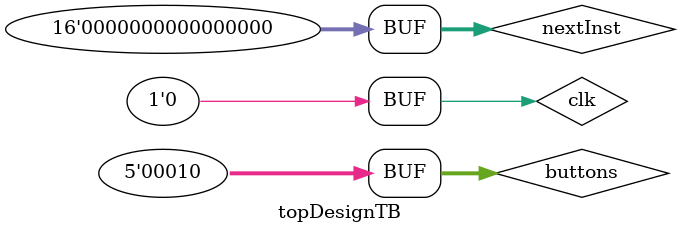
<source format=sv>
`timescale 1ns / 1ps
module topDesignTB();
    logic clk;
    logic [4:0] buttons;
    logic [15:0] sw;
    logic [6:0] seg;
    logic dp;
    logic [3:0] an;
    logic [15:0] nextInst;
    
    top dut(clk, buttons, sw, seg, dp, an, nextInst);
    
    initial 
    begin
        clk = 0;
        nextInst = 16'b0;
        buttons = 5'b00001; #10;   
        buttons = 5'b00001; #10;
        buttons = 5'b00001; #10;
        buttons = 5'b00010; #10;
    end
    
    always
    begin
        clk = 1; #5;
        clk = 0; #5;
    end 
    
endmodule

</source>
